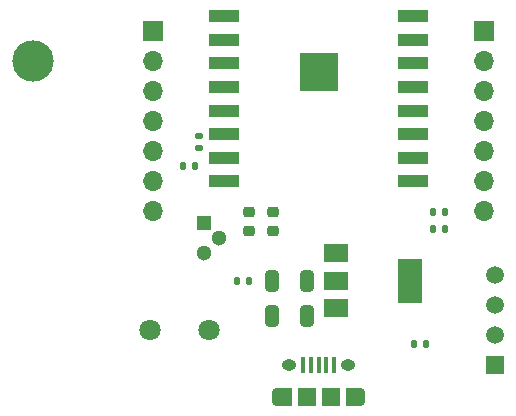
<source format=gbr>
%TF.GenerationSoftware,KiCad,Pcbnew,6.0.8-f2edbf62ab~116~ubuntu22.04.1*%
%TF.CreationDate,2022-10-18T20:55:33+08:00*%
%TF.ProjectId,HMT-1,484d542d-312e-46b6-9963-61645f706362,0*%
%TF.SameCoordinates,Original*%
%TF.FileFunction,Soldermask,Top*%
%TF.FilePolarity,Negative*%
%FSLAX46Y46*%
G04 Gerber Fmt 4.6, Leading zero omitted, Abs format (unit mm)*
G04 Created by KiCad (PCBNEW 6.0.8-f2edbf62ab~116~ubuntu22.04.1) date 2022-10-18 20:55:33*
%MOMM*%
%LPD*%
G01*
G04 APERTURE LIST*
G04 Aperture macros list*
%AMRoundRect*
0 Rectangle with rounded corners*
0 $1 Rounding radius*
0 $2 $3 $4 $5 $6 $7 $8 $9 X,Y pos of 4 corners*
0 Add a 4 corners polygon primitive as box body*
4,1,4,$2,$3,$4,$5,$6,$7,$8,$9,$2,$3,0*
0 Add four circle primitives for the rounded corners*
1,1,$1+$1,$2,$3*
1,1,$1+$1,$4,$5*
1,1,$1+$1,$6,$7*
1,1,$1+$1,$8,$9*
0 Add four rect primitives between the rounded corners*
20,1,$1+$1,$2,$3,$4,$5,0*
20,1,$1+$1,$4,$5,$6,$7,0*
20,1,$1+$1,$6,$7,$8,$9,0*
20,1,$1+$1,$8,$9,$2,$3,0*%
G04 Aperture macros list end*
%ADD10RoundRect,0.135000X0.135000X0.185000X-0.135000X0.185000X-0.135000X-0.185000X0.135000X-0.185000X0*%
%ADD11C,3.500000*%
%ADD12C,1.800000*%
%ADD13RoundRect,0.225000X0.250000X-0.225000X0.250000X0.225000X-0.250000X0.225000X-0.250000X-0.225000X0*%
%ADD14R,1.700000X1.700000*%
%ADD15O,1.700000X1.700000*%
%ADD16RoundRect,0.250000X0.325000X0.650000X-0.325000X0.650000X-0.325000X-0.650000X0.325000X-0.650000X0*%
%ADD17RoundRect,0.225000X-0.250000X0.225000X-0.250000X-0.225000X0.250000X-0.225000X0.250000X0.225000X0*%
%ADD18RoundRect,0.135000X0.185000X-0.135000X0.185000X0.135000X-0.185000X0.135000X-0.185000X-0.135000X0*%
%ADD19R,2.000000X1.500000*%
%ADD20R,2.000000X3.800000*%
%ADD21R,1.500000X1.500000*%
%ADD22C,1.500000*%
%ADD23R,0.400000X1.350000*%
%ADD24R,1.500000X1.550000*%
%ADD25O,0.890000X1.550000*%
%ADD26O,1.250000X0.950000*%
%ADD27R,1.200000X1.550000*%
%ADD28R,1.300000X1.300000*%
%ADD29C,1.300000*%
%ADD30R,2.600000X1.100000*%
%ADD31R,3.200000X3.200000*%
G04 APERTURE END LIST*
D10*
%TO.C,R5*%
X130210000Y-117600000D03*
X129190000Y-117600000D03*
%TD*%
%TO.C,R2*%
X113610000Y-123400000D03*
X112590000Y-123400000D03*
%TD*%
D11*
%TO.C,REF\u002A\u002A*%
X95300000Y-104800000D03*
%TD*%
D10*
%TO.C,R1*%
X128610000Y-128800000D03*
X127590000Y-128800000D03*
%TD*%
D12*
%TO.C,BZ1*%
X105200000Y-127600000D03*
X110200000Y-127600000D03*
%TD*%
D13*
%TO.C,C3*%
X113600000Y-119175000D03*
X113600000Y-117625000D03*
%TD*%
D14*
%TO.C,J3*%
X133470000Y-102300000D03*
D15*
X133470000Y-104840000D03*
X133470000Y-107380000D03*
X133470000Y-109920000D03*
X133470000Y-112460000D03*
X133470000Y-115000000D03*
X133470000Y-117540000D03*
%TD*%
D16*
%TO.C,C2*%
X118475000Y-123400000D03*
X115525000Y-123400000D03*
%TD*%
D10*
%TO.C,R4*%
X109010000Y-113700000D03*
X107990000Y-113700000D03*
%TD*%
D16*
%TO.C,C1*%
X118475000Y-126400000D03*
X115525000Y-126400000D03*
%TD*%
D17*
%TO.C,C4*%
X115600000Y-117625000D03*
X115600000Y-119175000D03*
%TD*%
D18*
%TO.C,R3*%
X109400000Y-112210000D03*
X109400000Y-111190000D03*
%TD*%
D19*
%TO.C,U2*%
X120950000Y-121100000D03*
X120950000Y-123400000D03*
D20*
X127250000Y-123400000D03*
D19*
X120950000Y-125700000D03*
%TD*%
D21*
%TO.C,U1*%
X134400000Y-130510000D03*
D22*
X134400000Y-127970000D03*
X134400000Y-125430000D03*
X134400000Y-122890000D03*
%TD*%
D23*
%TO.C,J1*%
X118200000Y-130550000D03*
X118850000Y-130550000D03*
X119500000Y-130550000D03*
X120150000Y-130550000D03*
X120800000Y-130550000D03*
D24*
X118500000Y-133250000D03*
D25*
X116000000Y-133250000D03*
D26*
X122000000Y-130550000D03*
D27*
X122400000Y-133250000D03*
D26*
X117000000Y-130550000D03*
D25*
X123000000Y-133250000D03*
D27*
X116600000Y-133250000D03*
D24*
X120500000Y-133250000D03*
%TD*%
D10*
%TO.C,R6*%
X130210000Y-119000000D03*
X129190000Y-119000000D03*
%TD*%
D14*
%TO.C,J2*%
X105500000Y-102300000D03*
D15*
X105500000Y-104840000D03*
X105500000Y-107380000D03*
X105500000Y-109920000D03*
X105500000Y-112460000D03*
X105500000Y-115000000D03*
X105500000Y-117540000D03*
%TD*%
D28*
%TO.C,Q1*%
X109740000Y-118530000D03*
D29*
X111010000Y-119800000D03*
X109740000Y-121070000D03*
%TD*%
D30*
%TO.C,U3*%
X111500000Y-101000000D03*
X111500000Y-103000000D03*
X111500000Y-105000000D03*
X111500000Y-107000000D03*
X111500000Y-109000000D03*
X111500000Y-111000000D03*
X111500000Y-113000000D03*
X111500000Y-115000000D03*
X127500000Y-115000000D03*
X127500000Y-113000000D03*
X127500000Y-111000000D03*
X127500000Y-109000000D03*
X127500000Y-107000000D03*
X127500000Y-105000000D03*
X127500000Y-103000000D03*
X127500000Y-101000000D03*
D31*
X119500000Y-105700000D03*
%TD*%
M02*

</source>
